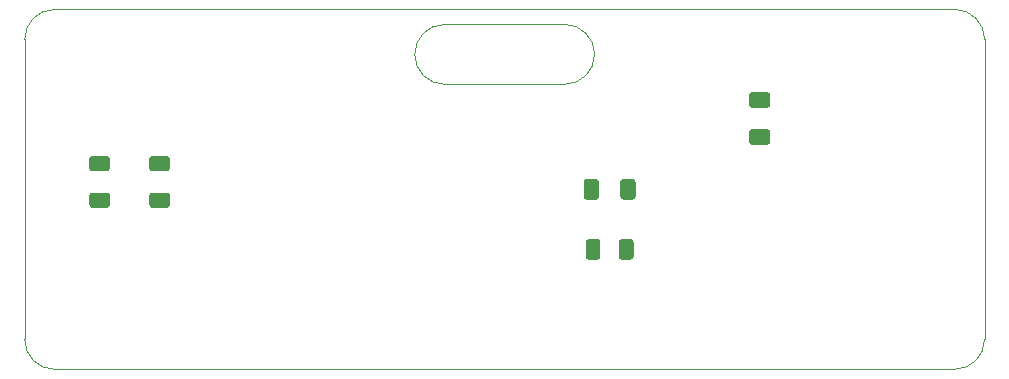
<source format=gbr>
%TF.GenerationSoftware,KiCad,Pcbnew,5.1.8+dfsg1-1+b1*%
%TF.CreationDate,2021-01-29T12:05:02-06:00*%
%TF.ProjectId,driver,64726976-6572-42e6-9b69-6361645f7063,1.0.0*%
%TF.SameCoordinates,Original*%
%TF.FileFunction,Paste,Top*%
%TF.FilePolarity,Positive*%
%FSLAX46Y46*%
G04 Gerber Fmt 4.6, Leading zero omitted, Abs format (unit mm)*
G04 Created by KiCad (PCBNEW 5.1.8+dfsg1-1+b1) date 2021-01-29 12:05:02*
%MOMM*%
%LPD*%
G01*
G04 APERTURE LIST*
%TA.AperFunction,Profile*%
%ADD10C,0.100000*%
%TD*%
G04 APERTURE END LIST*
D10*
X121920000Y-85090000D02*
G75*
G02*
X119380000Y-82550000I0J2540000D01*
G01*
X165100000Y-78740000D02*
X88900000Y-78740000D01*
X119380000Y-82550000D02*
G75*
G02*
X121920000Y-80010000I2540000J0D01*
G01*
X132080000Y-80010000D02*
G75*
G02*
X134620000Y-82550000I0J-2540000D01*
G01*
X134620000Y-82550000D02*
G75*
G02*
X132080000Y-85090000I-2540000J0D01*
G01*
X132080000Y-80010000D02*
X121920000Y-80010000D01*
X132080000Y-85090000D02*
X121920000Y-85090000D01*
X165100000Y-109220000D02*
X88900000Y-109220000D01*
X86360000Y-81280000D02*
X86360000Y-106680000D01*
X167640000Y-106680000D02*
X167640000Y-81280000D01*
X86360000Y-81280000D02*
G75*
G02*
X88900000Y-78740000I2540000J0D01*
G01*
X88900000Y-109220000D02*
G75*
G02*
X86360000Y-106680000I0J2540000D01*
G01*
X167640000Y-106680000D02*
G75*
G02*
X165100000Y-109220000I-2540000J0D01*
G01*
X165100000Y-78740000D02*
G75*
G02*
X167640000Y-81280000I0J-2540000D01*
G01*
%TO.C,R2*%
G36*
G01*
X92085000Y-94245000D02*
X93335000Y-94245000D01*
G75*
G02*
X93585000Y-94495000I0J-250000D01*
G01*
X93585000Y-95295000D01*
G75*
G02*
X93335000Y-95545000I-250000J0D01*
G01*
X92085000Y-95545000D01*
G75*
G02*
X91835000Y-95295000I0J250000D01*
G01*
X91835000Y-94495000D01*
G75*
G02*
X92085000Y-94245000I250000J0D01*
G01*
G37*
G36*
G01*
X92085000Y-91145000D02*
X93335000Y-91145000D01*
G75*
G02*
X93585000Y-91395000I0J-250000D01*
G01*
X93585000Y-92195000D01*
G75*
G02*
X93335000Y-92445000I-250000J0D01*
G01*
X92085000Y-92445000D01*
G75*
G02*
X91835000Y-92195000I0J250000D01*
G01*
X91835000Y-91395000D01*
G75*
G02*
X92085000Y-91145000I250000J0D01*
G01*
G37*
%TD*%
%TO.C,R1*%
G36*
G01*
X98415000Y-92445000D02*
X97165000Y-92445000D01*
G75*
G02*
X96915000Y-92195000I0J250000D01*
G01*
X96915000Y-91395000D01*
G75*
G02*
X97165000Y-91145000I250000J0D01*
G01*
X98415000Y-91145000D01*
G75*
G02*
X98665000Y-91395000I0J-250000D01*
G01*
X98665000Y-92195000D01*
G75*
G02*
X98415000Y-92445000I-250000J0D01*
G01*
G37*
G36*
G01*
X98415000Y-95545000D02*
X97165000Y-95545000D01*
G75*
G02*
X96915000Y-95295000I0J250000D01*
G01*
X96915000Y-94495000D01*
G75*
G02*
X97165000Y-94245000I250000J0D01*
G01*
X98415000Y-94245000D01*
G75*
G02*
X98665000Y-94495000I0J-250000D01*
G01*
X98665000Y-95295000D01*
G75*
G02*
X98415000Y-95545000I-250000J0D01*
G01*
G37*
%TD*%
%TO.C,C2*%
G36*
G01*
X147939999Y-85747500D02*
X149240001Y-85747500D01*
G75*
G02*
X149490000Y-85997499I0J-249999D01*
G01*
X149490000Y-86822501D01*
G75*
G02*
X149240001Y-87072500I-249999J0D01*
G01*
X147939999Y-87072500D01*
G75*
G02*
X147690000Y-86822501I0J249999D01*
G01*
X147690000Y-85997499D01*
G75*
G02*
X147939999Y-85747500I249999J0D01*
G01*
G37*
G36*
G01*
X147939999Y-88872500D02*
X149240001Y-88872500D01*
G75*
G02*
X149490000Y-89122499I0J-249999D01*
G01*
X149490000Y-89947501D01*
G75*
G02*
X149240001Y-90197500I-249999J0D01*
G01*
X147939999Y-90197500D01*
G75*
G02*
X147690000Y-89947501I0J249999D01*
G01*
X147690000Y-89122499D01*
G75*
G02*
X147939999Y-88872500I249999J0D01*
G01*
G37*
%TD*%
%TO.C,R5*%
G36*
G01*
X136790000Y-94605001D02*
X136790000Y-93354999D01*
G75*
G02*
X137039999Y-93105000I249999J0D01*
G01*
X137840001Y-93105000D01*
G75*
G02*
X138090000Y-93354999I0J-249999D01*
G01*
X138090000Y-94605001D01*
G75*
G02*
X137840001Y-94855000I-249999J0D01*
G01*
X137039999Y-94855000D01*
G75*
G02*
X136790000Y-94605001I0J249999D01*
G01*
G37*
G36*
G01*
X133690000Y-94605001D02*
X133690000Y-93354999D01*
G75*
G02*
X133939999Y-93105000I249999J0D01*
G01*
X134740001Y-93105000D01*
G75*
G02*
X134990000Y-93354999I0J-249999D01*
G01*
X134990000Y-94605001D01*
G75*
G02*
X134740001Y-94855000I-249999J0D01*
G01*
X133939999Y-94855000D01*
G75*
G02*
X133690000Y-94605001I0J249999D01*
G01*
G37*
%TD*%
%TO.C,D1*%
G36*
G01*
X136665000Y-99685000D02*
X136665000Y-98435000D01*
G75*
G02*
X136915000Y-98185000I250000J0D01*
G01*
X137665000Y-98185000D01*
G75*
G02*
X137915000Y-98435000I0J-250000D01*
G01*
X137915000Y-99685000D01*
G75*
G02*
X137665000Y-99935000I-250000J0D01*
G01*
X136915000Y-99935000D01*
G75*
G02*
X136665000Y-99685000I0J250000D01*
G01*
G37*
G36*
G01*
X133865000Y-99685000D02*
X133865000Y-98435000D01*
G75*
G02*
X134115000Y-98185000I250000J0D01*
G01*
X134865000Y-98185000D01*
G75*
G02*
X135115000Y-98435000I0J-250000D01*
G01*
X135115000Y-99685000D01*
G75*
G02*
X134865000Y-99935000I-250000J0D01*
G01*
X134115000Y-99935000D01*
G75*
G02*
X133865000Y-99685000I0J250000D01*
G01*
G37*
%TD*%
M02*

</source>
